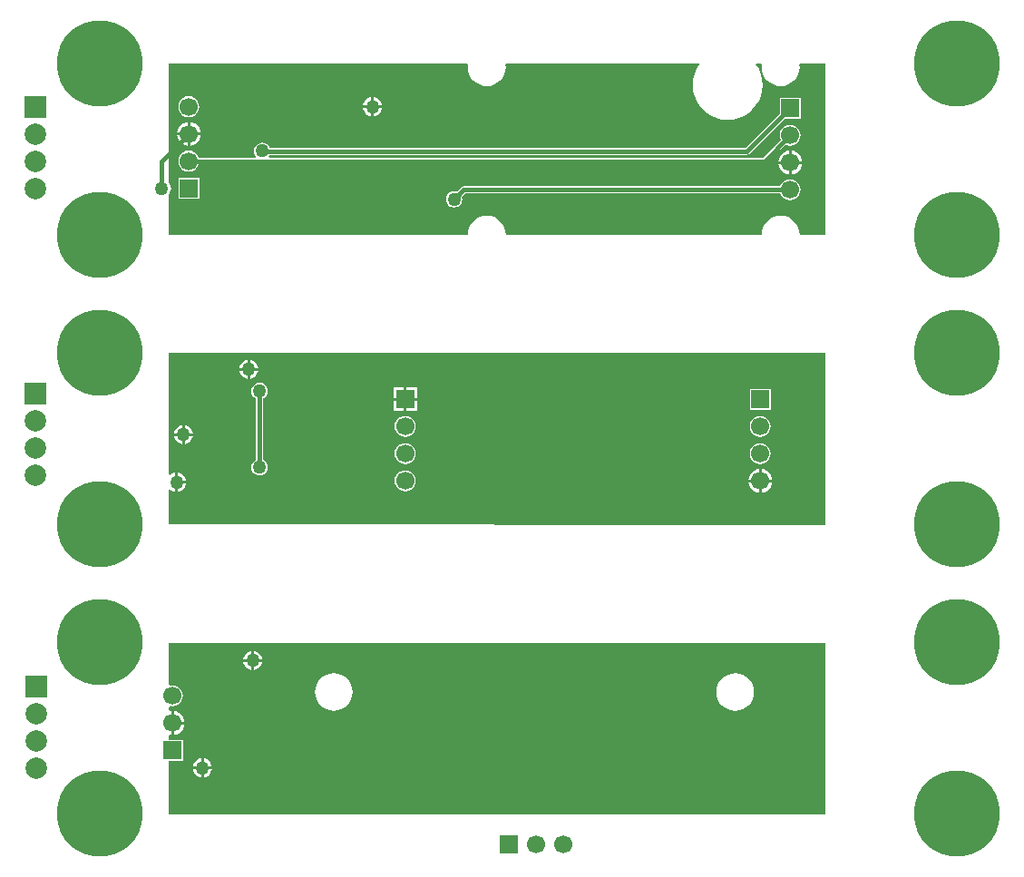
<source format=gbl>
G04*
G04 #@! TF.GenerationSoftware,Altium Limited,Altium Designer,21.0.3 (12)*
G04*
G04 Layer_Physical_Order=2*
G04 Layer_Color=16711680*
%FSLAX25Y25*%
%MOIN*%
G70*
G04*
G04 #@! TF.SameCoordinates,1AB0012E-6492-40AC-AB66-57420BB0589C*
G04*
G04*
G04 #@! TF.FilePolarity,Positive*
G04*
G01*
G75*
%ADD21R,0.06693X0.06693*%
%ADD33C,0.01500*%
%ADD34C,0.06693*%
%ADD35R,0.07874X0.07874*%
%ADD36C,0.07874*%
%ADD37R,0.06693X0.06693*%
%ADD38C,0.31496*%
%ADD39C,0.05000*%
G36*
X353417Y113000D02*
Y50181D01*
X353064Y49827D01*
X112221Y50008D01*
X112221Y69653D01*
X117347D01*
Y77346D01*
X112221D01*
Y78816D01*
X112721Y79219D01*
X113000Y79182D01*
Y83500D01*
Y87818D01*
X112721Y87781D01*
X112221Y88184D01*
Y89378D01*
X112721Y89723D01*
X113500Y89620D01*
X114504Y89753D01*
X115440Y90140D01*
X116243Y90757D01*
X116860Y91560D01*
X117247Y92496D01*
X117380Y93500D01*
X117247Y94504D01*
X116860Y95440D01*
X116243Y96243D01*
X115440Y96860D01*
X114504Y97247D01*
X113500Y97380D01*
X112721Y97277D01*
X112221Y97622D01*
X112221Y113000D01*
X353417Y113000D01*
D02*
G37*
G36*
X221749Y326000D02*
X222160Y325500D01*
X222061Y324500D01*
X222194Y323146D01*
X222589Y321845D01*
X223231Y320645D01*
X224093Y319593D01*
X225145Y318730D01*
X226345Y318089D01*
X227646Y317694D01*
X229000Y317561D01*
X230354Y317694D01*
X231655Y318089D01*
X232855Y318730D01*
X233907Y319593D01*
X234770Y320645D01*
X235411Y321845D01*
X235806Y323146D01*
X235939Y324500D01*
X235840Y325500D01*
X236251Y326000D01*
X306898Y326000D01*
X306984Y325812D01*
X307071Y325500D01*
X306050Y323834D01*
X305278Y321971D01*
X304808Y320010D01*
X304649Y318000D01*
X304808Y315990D01*
X305278Y314029D01*
X306050Y312166D01*
X307104Y310447D01*
X308413Y308913D01*
X309947Y307604D01*
X311666Y306550D01*
X313529Y305778D01*
X315490Y305308D01*
X317500Y305149D01*
X319510Y305308D01*
X321471Y305778D01*
X323334Y306550D01*
X325053Y307604D01*
X326587Y308913D01*
X327896Y310447D01*
X328950Y312166D01*
X329722Y314029D01*
X330192Y315990D01*
X330351Y318000D01*
X330192Y320010D01*
X329722Y321971D01*
X328950Y323834D01*
X327929Y325500D01*
X328015Y325812D01*
X328102Y326000D01*
X329749D01*
X330160Y325500D01*
X330061Y324500D01*
X330194Y323146D01*
X330589Y321845D01*
X331230Y320645D01*
X332093Y319593D01*
X333145Y318730D01*
X334345Y318089D01*
X335646Y317694D01*
X337000Y317561D01*
X338354Y317694D01*
X339655Y318089D01*
X340855Y318730D01*
X341907Y319593D01*
X342770Y320645D01*
X343411Y321845D01*
X343806Y323146D01*
X343939Y324500D01*
X343840Y325500D01*
X344251Y326000D01*
X353417D01*
Y263180D01*
X353064Y262827D01*
X344090Y262834D01*
X343939Y263000D01*
X343806Y264354D01*
X343411Y265655D01*
X342770Y266855D01*
X341907Y267907D01*
X340855Y268770D01*
X339655Y269411D01*
X338354Y269806D01*
X337000Y269939D01*
X335646Y269806D01*
X334345Y269411D01*
X333145Y268770D01*
X332093Y267907D01*
X331230Y266855D01*
X330589Y265655D01*
X330194Y264354D01*
X330061Y263000D01*
X329920Y262844D01*
X236016Y262915D01*
X235939Y263000D01*
X235806Y264354D01*
X235411Y265655D01*
X234770Y266855D01*
X233907Y267907D01*
X232855Y268770D01*
X231655Y269411D01*
X230354Y269806D01*
X229000Y269939D01*
X227646Y269806D01*
X226345Y269411D01*
X225145Y268770D01*
X224093Y267907D01*
X223231Y266855D01*
X222589Y265655D01*
X222194Y264354D01*
X222061Y263000D01*
X221993Y262925D01*
X112221Y263008D01*
X112221Y277796D01*
X112557Y278235D01*
X112910Y279086D01*
X113030Y280000D01*
X112910Y280914D01*
X112557Y281765D01*
X112221Y282204D01*
X112221Y326000D01*
X221749Y326000D01*
D02*
G37*
G36*
X353417Y219500D02*
Y156681D01*
X353064Y156327D01*
X112221Y156508D01*
X112221Y169091D01*
X112721Y169337D01*
X113235Y168943D01*
X114086Y168590D01*
X114500Y168536D01*
Y172000D01*
Y175464D01*
X114086Y175410D01*
X113235Y175057D01*
X112721Y174663D01*
X112221Y174909D01*
X112221Y219500D01*
X353417Y219500D01*
D02*
G37*
%LPC*%
G36*
X143500Y109964D02*
Y107000D01*
X146464D01*
X146410Y107414D01*
X146057Y108265D01*
X145496Y108996D01*
X144765Y109557D01*
X143914Y109910D01*
X143500Y109964D01*
D02*
G37*
G36*
X142500D02*
X142086Y109910D01*
X141235Y109557D01*
X140504Y108996D01*
X139943Y108265D01*
X139590Y107414D01*
X139536Y107000D01*
X142500D01*
Y109964D01*
D02*
G37*
G36*
X146464Y106000D02*
X143500D01*
Y103036D01*
X143914Y103090D01*
X144765Y103443D01*
X145496Y104004D01*
X146057Y104735D01*
X146410Y105586D01*
X146464Y106000D01*
D02*
G37*
G36*
X142500D02*
X139536D01*
X139590Y105586D01*
X139943Y104735D01*
X140504Y104004D01*
X141235Y103443D01*
X142086Y103090D01*
X142500Y103036D01*
Y106000D01*
D02*
G37*
G36*
X320281Y101849D02*
X318927Y101716D01*
X317625Y101321D01*
X316426Y100680D01*
X315374Y99817D01*
X314511Y98765D01*
X313870Y97566D01*
X313475Y96264D01*
X313342Y94910D01*
X313475Y93556D01*
X313870Y92255D01*
X314511Y91055D01*
X315374Y90004D01*
X316426Y89141D01*
X317625Y88499D01*
X318927Y88105D01*
X320281Y87971D01*
X321635Y88105D01*
X322936Y88499D01*
X324136Y89141D01*
X325187Y90004D01*
X326050Y91055D01*
X326692Y92255D01*
X327086Y93556D01*
X327220Y94910D01*
X327086Y96264D01*
X326692Y97566D01*
X326050Y98765D01*
X325187Y99817D01*
X324136Y100680D01*
X322936Y101321D01*
X321635Y101716D01*
X320281Y101849D01*
D02*
G37*
G36*
X172781D02*
X171427Y101716D01*
X170125Y101321D01*
X168926Y100680D01*
X167874Y99817D01*
X167011Y98765D01*
X166370Y97566D01*
X165975Y96264D01*
X165842Y94910D01*
X165975Y93556D01*
X166370Y92255D01*
X167011Y91055D01*
X167874Y90004D01*
X168926Y89141D01*
X170125Y88499D01*
X171427Y88105D01*
X172781Y87971D01*
X174135Y88105D01*
X175436Y88499D01*
X176636Y89141D01*
X177688Y90004D01*
X178550Y91055D01*
X179192Y92255D01*
X179587Y93556D01*
X179720Y94910D01*
X179587Y96264D01*
X179192Y97566D01*
X178550Y98765D01*
X177688Y99817D01*
X176636Y100680D01*
X175436Y101321D01*
X174135Y101716D01*
X172781Y101849D01*
D02*
G37*
G36*
X114000Y87818D02*
Y84000D01*
X117818D01*
X117735Y84635D01*
X117297Y85692D01*
X116600Y86600D01*
X115692Y87297D01*
X114635Y87735D01*
X114000Y87818D01*
D02*
G37*
G36*
X117818Y83000D02*
X114000D01*
Y79182D01*
X114635Y79265D01*
X115692Y79703D01*
X116600Y80400D01*
X117297Y81308D01*
X117735Y82365D01*
X117818Y83000D01*
D02*
G37*
G36*
X125000Y70464D02*
Y67500D01*
X127964D01*
X127910Y67914D01*
X127557Y68765D01*
X126996Y69496D01*
X126265Y70057D01*
X125414Y70410D01*
X125000Y70464D01*
D02*
G37*
G36*
X124000D02*
X123586Y70410D01*
X122735Y70057D01*
X122004Y69496D01*
X121443Y68765D01*
X121090Y67914D01*
X121036Y67500D01*
X124000D01*
Y70464D01*
D02*
G37*
G36*
X127964Y66500D02*
X125000D01*
Y63536D01*
X125414Y63590D01*
X126265Y63943D01*
X126996Y64504D01*
X127557Y65235D01*
X127910Y66086D01*
X127964Y66500D01*
D02*
G37*
G36*
X124000D02*
X121036D01*
X121090Y66086D01*
X121443Y65235D01*
X122004Y64504D01*
X122735Y63943D01*
X123586Y63590D01*
X124000Y63536D01*
Y66500D01*
D02*
G37*
G36*
X187500Y313464D02*
Y310500D01*
X190464D01*
X190410Y310914D01*
X190057Y311765D01*
X189496Y312496D01*
X188765Y313057D01*
X187914Y313410D01*
X187500Y313464D01*
D02*
G37*
G36*
X186500D02*
X186086Y313410D01*
X185235Y313057D01*
X184504Y312496D01*
X183943Y311765D01*
X183590Y310914D01*
X183536Y310500D01*
X186500D01*
Y313464D01*
D02*
G37*
G36*
X190464Y309500D02*
X187500D01*
Y306536D01*
X187914Y306590D01*
X188765Y306943D01*
X189496Y307504D01*
X190057Y308235D01*
X190410Y309086D01*
X190464Y309500D01*
D02*
G37*
G36*
X186500D02*
X183536D01*
X183590Y309086D01*
X183943Y308235D01*
X184504Y307504D01*
X185235Y306943D01*
X186086Y306590D01*
X186500Y306536D01*
Y309500D01*
D02*
G37*
G36*
X119500Y313880D02*
X118496Y313747D01*
X117560Y313360D01*
X116757Y312743D01*
X116140Y311940D01*
X115753Y311004D01*
X115620Y310000D01*
X115753Y308996D01*
X116140Y308060D01*
X116757Y307257D01*
X117560Y306640D01*
X118496Y306253D01*
X119500Y306120D01*
X120504Y306253D01*
X121440Y306640D01*
X122243Y307257D01*
X122860Y308060D01*
X123247Y308996D01*
X123380Y310000D01*
X123247Y311004D01*
X122860Y311940D01*
X122243Y312743D01*
X121440Y313360D01*
X120504Y313747D01*
X119500Y313880D01*
D02*
G37*
G36*
X120000Y304318D02*
Y300500D01*
X123818D01*
X123735Y301135D01*
X123297Y302192D01*
X122600Y303100D01*
X121692Y303797D01*
X120635Y304235D01*
X120000Y304318D01*
D02*
G37*
G36*
X119000D02*
X118365Y304235D01*
X117308Y303797D01*
X116400Y303100D01*
X115703Y302192D01*
X115265Y301135D01*
X115182Y300500D01*
X119000D01*
Y304318D01*
D02*
G37*
G36*
X123818Y299500D02*
X120000D01*
Y295682D01*
X120635Y295765D01*
X121692Y296203D01*
X122600Y296900D01*
X123297Y297808D01*
X123735Y298865D01*
X123818Y299500D01*
D02*
G37*
G36*
X119000D02*
X115182D01*
X115265Y298865D01*
X115703Y297808D01*
X116400Y296900D01*
X117308Y296203D01*
X118365Y295765D01*
X119000Y295682D01*
Y299500D01*
D02*
G37*
G36*
X344346Y313347D02*
X336653D01*
Y307456D01*
X324058Y294860D01*
X149287D01*
X149120Y295263D01*
X148640Y295890D01*
X148013Y296371D01*
X147283Y296673D01*
X146500Y296776D01*
X145717Y296673D01*
X144987Y296371D01*
X144360Y295890D01*
X143879Y295263D01*
X143577Y294533D01*
X143474Y293750D01*
X143577Y292967D01*
X143879Y292237D01*
X144234Y291775D01*
X144018Y291274D01*
X123135D01*
X122860Y291940D01*
X122243Y292743D01*
X121440Y293360D01*
X120504Y293747D01*
X119500Y293880D01*
X118496Y293747D01*
X117560Y293360D01*
X116757Y292743D01*
X116140Y291940D01*
X115753Y291004D01*
X115620Y290000D01*
X115753Y288996D01*
X116140Y288060D01*
X116757Y287257D01*
X117560Y286640D01*
X118496Y286253D01*
X119500Y286120D01*
X120504Y286253D01*
X121440Y286640D01*
X122243Y287257D01*
X122860Y288060D01*
X123135Y288725D01*
X331000D01*
X331488Y288823D01*
X331901Y289099D01*
X338830Y296028D01*
X339496Y295753D01*
X340500Y295620D01*
X341504Y295753D01*
X342440Y296140D01*
X343243Y296757D01*
X343860Y297560D01*
X344247Y298496D01*
X344380Y299500D01*
X344247Y300504D01*
X343860Y301440D01*
X343243Y302243D01*
X342440Y302860D01*
X341504Y303247D01*
X340500Y303380D01*
X339496Y303247D01*
X338560Y302860D01*
X337757Y302243D01*
X337140Y301440D01*
X336753Y300504D01*
X336620Y299500D01*
X336753Y298496D01*
X337028Y297831D01*
X330472Y291274D01*
X148982D01*
X148766Y291775D01*
X149120Y292237D01*
X149151Y292311D01*
X324586D01*
X325074Y292408D01*
X325487Y292685D01*
X338456Y305654D01*
X344346D01*
Y313347D01*
D02*
G37*
G36*
X341000Y293818D02*
Y290000D01*
X344818D01*
X344735Y290635D01*
X344297Y291692D01*
X343600Y292600D01*
X342692Y293297D01*
X341635Y293735D01*
X341000Y293818D01*
D02*
G37*
G36*
X340000D02*
X339365Y293735D01*
X338308Y293297D01*
X337400Y292600D01*
X336703Y291692D01*
X336265Y290635D01*
X336182Y290000D01*
X340000D01*
Y293818D01*
D02*
G37*
G36*
X344818Y289000D02*
X341000D01*
Y285182D01*
X341635Y285265D01*
X342692Y285703D01*
X343600Y286400D01*
X344297Y287308D01*
X344735Y288365D01*
X344818Y289000D01*
D02*
G37*
G36*
X340000D02*
X336182D01*
X336265Y288365D01*
X336703Y287308D01*
X337400Y286400D01*
X338308Y285703D01*
X339365Y285265D01*
X340000Y285182D01*
Y289000D01*
D02*
G37*
G36*
X340500Y283380D02*
X339496Y283247D01*
X338560Y282860D01*
X337757Y282243D01*
X337140Y281440D01*
X336865Y280774D01*
X220500D01*
X220012Y280678D01*
X219599Y280401D01*
X218022Y278824D01*
X217783Y278923D01*
X217000Y279026D01*
X216217Y278923D01*
X215487Y278621D01*
X214860Y278140D01*
X214380Y277513D01*
X214077Y276783D01*
X213974Y276000D01*
X214077Y275217D01*
X214380Y274487D01*
X214860Y273860D01*
X215487Y273379D01*
X216217Y273077D01*
X217000Y272974D01*
X217783Y273077D01*
X218513Y273379D01*
X219140Y273860D01*
X219620Y274487D01*
X219923Y275217D01*
X220026Y276000D01*
X219923Y276783D01*
X219824Y277022D01*
X221028Y278225D01*
X336865D01*
X337140Y277560D01*
X337757Y276757D01*
X338560Y276140D01*
X339496Y275753D01*
X340500Y275620D01*
X341504Y275753D01*
X342440Y276140D01*
X343243Y276757D01*
X343860Y277560D01*
X344247Y278496D01*
X344380Y279500D01*
X344247Y280504D01*
X343860Y281440D01*
X343243Y282243D01*
X342440Y282860D01*
X341504Y283247D01*
X340500Y283380D01*
D02*
G37*
G36*
X123346Y283846D02*
X115654D01*
Y276153D01*
X123346D01*
Y283846D01*
D02*
G37*
G36*
X142000Y216964D02*
Y214000D01*
X144964D01*
X144910Y214414D01*
X144557Y215265D01*
X143996Y215996D01*
X143265Y216557D01*
X142414Y216910D01*
X142000Y216964D01*
D02*
G37*
G36*
X141000D02*
X140586Y216910D01*
X139735Y216557D01*
X139004Y215996D01*
X138443Y215265D01*
X138090Y214414D01*
X138036Y214000D01*
X141000D01*
Y216964D01*
D02*
G37*
G36*
X144964Y213000D02*
X142000D01*
Y210036D01*
X142414Y210090D01*
X143265Y210443D01*
X143996Y211004D01*
X144557Y211735D01*
X144910Y212586D01*
X144964Y213000D01*
D02*
G37*
G36*
X141000D02*
X138036D01*
X138090Y212586D01*
X138443Y211735D01*
X139004Y211004D01*
X139735Y210443D01*
X140586Y210090D01*
X141000Y210036D01*
Y213000D01*
D02*
G37*
G36*
X203346Y206846D02*
X199500D01*
Y203000D01*
X203346D01*
Y206846D01*
D02*
G37*
G36*
X198500D02*
X194653D01*
Y203000D01*
X198500D01*
Y206846D01*
D02*
G37*
G36*
X333347Y206347D02*
X325654D01*
Y198653D01*
X333347D01*
Y206347D01*
D02*
G37*
G36*
X203346Y202000D02*
X199500D01*
Y198153D01*
X203346D01*
Y202000D01*
D02*
G37*
G36*
X198500D02*
X194653D01*
Y198153D01*
X198500D01*
Y202000D01*
D02*
G37*
G36*
X118000Y192964D02*
Y190000D01*
X120964D01*
X120910Y190414D01*
X120557Y191265D01*
X119996Y191996D01*
X119265Y192557D01*
X118414Y192910D01*
X118000Y192964D01*
D02*
G37*
G36*
X117000D02*
X116586Y192910D01*
X115735Y192557D01*
X115004Y191996D01*
X114443Y191265D01*
X114090Y190414D01*
X114036Y190000D01*
X117000D01*
Y192964D01*
D02*
G37*
G36*
X329500Y196380D02*
X328496Y196247D01*
X327560Y195860D01*
X326757Y195243D01*
X326140Y194440D01*
X325753Y193504D01*
X325620Y192500D01*
X325753Y191496D01*
X326140Y190560D01*
X326757Y189757D01*
X327560Y189140D01*
X328496Y188753D01*
X329500Y188620D01*
X330504Y188753D01*
X331440Y189140D01*
X332243Y189757D01*
X332860Y190560D01*
X333247Y191496D01*
X333380Y192500D01*
X333247Y193504D01*
X332860Y194440D01*
X332243Y195243D01*
X331440Y195860D01*
X330504Y196247D01*
X329500Y196380D01*
D02*
G37*
G36*
X199000Y196380D02*
X197996Y196247D01*
X197060Y195860D01*
X196257Y195243D01*
X195640Y194440D01*
X195253Y193504D01*
X195120Y192500D01*
X195253Y191496D01*
X195640Y190560D01*
X196257Y189757D01*
X197060Y189140D01*
X197996Y188752D01*
X199000Y188620D01*
X200004Y188752D01*
X200940Y189140D01*
X201743Y189757D01*
X202360Y190560D01*
X202747Y191496D01*
X202880Y192500D01*
X202747Y193504D01*
X202360Y194440D01*
X201743Y195243D01*
X200940Y195860D01*
X200004Y196247D01*
X199000Y196380D01*
D02*
G37*
G36*
X120964Y189000D02*
X118000D01*
Y186036D01*
X118414Y186090D01*
X119265Y186443D01*
X119996Y187004D01*
X120557Y187735D01*
X120910Y188586D01*
X120964Y189000D01*
D02*
G37*
G36*
X117000D02*
X114036D01*
X114090Y188586D01*
X114443Y187735D01*
X115004Y187004D01*
X115735Y186443D01*
X116586Y186090D01*
X117000Y186036D01*
Y189000D01*
D02*
G37*
G36*
X329500Y186380D02*
X328496Y186247D01*
X327560Y185860D01*
X326757Y185243D01*
X326140Y184440D01*
X325753Y183504D01*
X325620Y182500D01*
X325753Y181496D01*
X326140Y180560D01*
X326757Y179757D01*
X327560Y179140D01*
X328496Y178753D01*
X329500Y178620D01*
X330504Y178753D01*
X331440Y179140D01*
X332243Y179757D01*
X332860Y180560D01*
X333247Y181496D01*
X333380Y182500D01*
X333247Y183504D01*
X332860Y184440D01*
X332243Y185243D01*
X331440Y185860D01*
X330504Y186247D01*
X329500Y186380D01*
D02*
G37*
G36*
X199000D02*
X197996Y186247D01*
X197060Y185860D01*
X196257Y185243D01*
X195640Y184440D01*
X195253Y183504D01*
X195120Y182500D01*
X195253Y181496D01*
X195640Y180560D01*
X196257Y179757D01*
X197060Y179140D01*
X197996Y178753D01*
X199000Y178620D01*
X200004Y178753D01*
X200940Y179140D01*
X201743Y179757D01*
X202360Y180560D01*
X202747Y181496D01*
X202880Y182500D01*
X202747Y183504D01*
X202360Y184440D01*
X201743Y185243D01*
X200940Y185860D01*
X200004Y186247D01*
X199000Y186380D01*
D02*
G37*
G36*
X145500Y208526D02*
X144717Y208423D01*
X143987Y208120D01*
X143360Y207640D01*
X142879Y207013D01*
X142577Y206283D01*
X142474Y205500D01*
X142577Y204717D01*
X142879Y203987D01*
X143360Y203360D01*
X143987Y202880D01*
X144226Y202781D01*
Y180219D01*
X143987Y180121D01*
X143360Y179640D01*
X142879Y179013D01*
X142577Y178283D01*
X142474Y177500D01*
X142577Y176717D01*
X142879Y175987D01*
X143360Y175360D01*
X143987Y174880D01*
X144717Y174577D01*
X145500Y174474D01*
X146283Y174577D01*
X147013Y174880D01*
X147640Y175360D01*
X148120Y175987D01*
X148423Y176717D01*
X148526Y177500D01*
X148423Y178283D01*
X148120Y179013D01*
X147640Y179640D01*
X147013Y180121D01*
X146774Y180219D01*
Y202781D01*
X147013Y202880D01*
X147640Y203360D01*
X148120Y203987D01*
X148423Y204717D01*
X148526Y205500D01*
X148423Y206283D01*
X148120Y207013D01*
X147640Y207640D01*
X147013Y208120D01*
X146283Y208423D01*
X145500Y208526D01*
D02*
G37*
G36*
X330000Y176818D02*
Y173000D01*
X333818D01*
X333735Y173635D01*
X333297Y174692D01*
X332600Y175600D01*
X331692Y176297D01*
X330635Y176735D01*
X330000Y176818D01*
D02*
G37*
G36*
X329000D02*
X328365Y176735D01*
X327308Y176297D01*
X326400Y175600D01*
X325703Y174692D01*
X325265Y173635D01*
X325182Y173000D01*
X329000D01*
Y176818D01*
D02*
G37*
G36*
X115500Y175464D02*
Y172500D01*
X118464D01*
X118410Y172914D01*
X118057Y173765D01*
X117496Y174496D01*
X116765Y175057D01*
X115914Y175410D01*
X115500Y175464D01*
D02*
G37*
G36*
X199000Y176380D02*
X197996Y176247D01*
X197060Y175860D01*
X196257Y175243D01*
X195640Y174440D01*
X195253Y173504D01*
X195120Y172500D01*
X195253Y171496D01*
X195640Y170560D01*
X196257Y169757D01*
X197060Y169140D01*
X197996Y168753D01*
X199000Y168620D01*
X200004Y168753D01*
X200940Y169140D01*
X201743Y169757D01*
X202360Y170560D01*
X202747Y171496D01*
X202880Y172500D01*
X202747Y173504D01*
X202360Y174440D01*
X201743Y175243D01*
X200940Y175860D01*
X200004Y176247D01*
X199000Y176380D01*
D02*
G37*
G36*
X118464Y171500D02*
X115500D01*
Y168536D01*
X115914Y168590D01*
X116765Y168943D01*
X117496Y169504D01*
X118057Y170235D01*
X118410Y171086D01*
X118464Y171500D01*
D02*
G37*
G36*
X333818Y172000D02*
X330000D01*
Y168182D01*
X330635Y168265D01*
X331692Y168703D01*
X332600Y169400D01*
X333297Y170308D01*
X333735Y171365D01*
X333818Y172000D01*
D02*
G37*
G36*
X329000D02*
X325182D01*
X325265Y171365D01*
X325703Y170308D01*
X326400Y169400D01*
X327308Y168703D01*
X328365Y168265D01*
X329000Y168182D01*
Y172000D01*
D02*
G37*
%LPD*%
D21*
X340500Y309500D02*
D03*
X199000Y202500D02*
D03*
X329500Y202500D02*
D03*
X119500Y280000D02*
D03*
X113500Y73500D02*
D03*
D33*
X145500Y177500D02*
Y205500D01*
X324586Y293586D02*
X340500Y309500D01*
X146664Y293586D02*
X324586D01*
X109500Y280000D02*
Y290000D01*
X119500Y300000D01*
X146500Y293750D02*
X146664Y293586D01*
X331000Y290000D02*
X340500Y299500D01*
X119500Y290000D02*
X331000D01*
X220500Y279500D02*
X340500D01*
X217000Y276000D02*
X220500Y279500D01*
D34*
X340500Y299500D02*
D03*
Y289500D02*
D03*
Y279500D02*
D03*
X199000Y192500D02*
D03*
Y182500D02*
D03*
Y172500D02*
D03*
X329500Y192500D02*
D03*
Y182500D02*
D03*
Y172500D02*
D03*
X247000Y39000D02*
D03*
X257000D02*
D03*
X119500Y290000D02*
D03*
Y300000D02*
D03*
Y310000D02*
D03*
X113500Y83500D02*
D03*
Y93500D02*
D03*
D35*
X63000Y310000D02*
D03*
Y204500D02*
D03*
X63400Y96800D02*
D03*
D36*
X63000Y300000D02*
D03*
Y290000D02*
D03*
Y280000D02*
D03*
Y194500D02*
D03*
Y184500D02*
D03*
Y174500D02*
D03*
X63400Y86800D02*
D03*
Y76800D02*
D03*
Y66800D02*
D03*
D37*
X237000Y39000D02*
D03*
D38*
X86907Y325907D02*
D03*
Y262915D02*
D03*
X401868D02*
D03*
Y325907D02*
D03*
Y219608D02*
D03*
Y156616D02*
D03*
X86907D02*
D03*
Y219608D02*
D03*
Y113309D02*
D03*
Y50317D02*
D03*
X401868D02*
D03*
Y113309D02*
D03*
D39*
X145500Y205500D02*
D03*
Y177500D02*
D03*
X143000Y106500D02*
D03*
X115000Y172000D02*
D03*
X187000Y310000D02*
D03*
X141500Y213500D02*
D03*
X117500Y189500D02*
D03*
X124500Y67000D02*
D03*
X146500Y293750D02*
D03*
X217000Y276000D02*
D03*
X109500Y280000D02*
D03*
M02*

</source>
